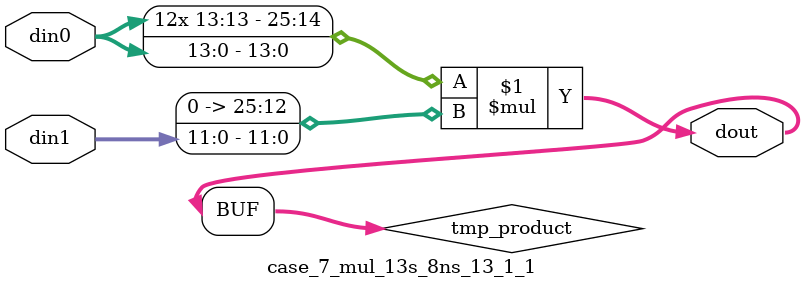
<source format=v>

`timescale 1 ns / 1 ps

 (* use_dsp = "no" *)  module case_7_mul_13s_8ns_13_1_1(din0, din1, dout);
parameter ID = 1;
parameter NUM_STAGE = 0;
parameter din0_WIDTH = 14;
parameter din1_WIDTH = 12;
parameter dout_WIDTH = 26;

input [din0_WIDTH - 1 : 0] din0; 
input [din1_WIDTH - 1 : 0] din1; 
output [dout_WIDTH - 1 : 0] dout;

wire signed [dout_WIDTH - 1 : 0] tmp_product;


























assign tmp_product = $signed(din0) * $signed({1'b0, din1});









assign dout = tmp_product;





















endmodule

</source>
